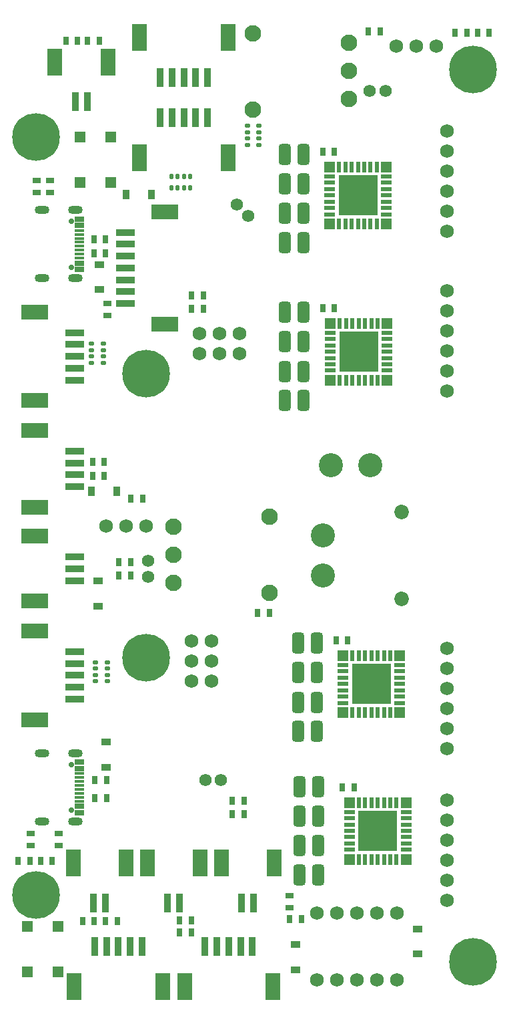
<source format=gts>
G04*
G04 #@! TF.GenerationSoftware,Altium Limited,Altium Designer,21.8.1 (53)*
G04*
G04 Layer_Color=8388736*
%FSLAX44Y44*%
%MOMM*%
G71*
G04*
G04 #@! TF.SameCoordinates,C657CB42-8F9E-4DD2-80ED-FFB10F84DBA6*
G04*
G04*
G04 #@! TF.FilePolarity,Negative*
G04*
G01*
G75*
%ADD31R,1.4000X1.4000*%
%ADD33R,0.6000X1.4000*%
%ADD34R,1.4000X0.6000*%
%ADD35R,1.4000X1.4000*%
%ADD36R,5.0000X5.2000*%
%ADD37R,2.4500X0.8500*%
%ADD38R,3.3500X1.8500*%
G04:AMPARAMS|DCode=39|XSize=0.45mm|YSize=0.75mm|CornerRadius=0.125mm|HoleSize=0mm|Usage=FLASHONLY|Rotation=90.000|XOffset=0mm|YOffset=0mm|HoleType=Round|Shape=RoundedRectangle|*
%AMROUNDEDRECTD39*
21,1,0.4500,0.5000,0,0,90.0*
21,1,0.2000,0.7500,0,0,90.0*
1,1,0.2500,0.2500,0.1000*
1,1,0.2500,0.2500,-0.1000*
1,1,0.2500,-0.2500,-0.1000*
1,1,0.2500,-0.2500,0.1000*
%
%ADD39ROUNDEDRECTD39*%
%ADD40R,0.7500X1.0500*%
G04:AMPARAMS|DCode=41|XSize=1.55mm|YSize=2.65mm|CornerRadius=0.4mm|HoleSize=0mm|Usage=FLASHONLY|Rotation=0.000|XOffset=0mm|YOffset=0mm|HoleType=Round|Shape=RoundedRectangle|*
%AMROUNDEDRECTD41*
21,1,1.5500,1.8500,0,0,0.0*
21,1,0.7500,2.6500,0,0,0.0*
1,1,0.8000,0.3750,-0.9250*
1,1,0.8000,-0.3750,-0.9250*
1,1,0.8000,-0.3750,0.9250*
1,1,0.8000,0.3750,0.9250*
%
%ADD41ROUNDEDRECTD41*%
G04:AMPARAMS|DCode=42|XSize=0.75mm|YSize=1.05mm|CornerRadius=0.2mm|HoleSize=0mm|Usage=FLASHONLY|Rotation=0.000|XOffset=0mm|YOffset=0mm|HoleType=Round|Shape=RoundedRectangle|*
%AMROUNDEDRECTD42*
21,1,0.7500,0.6500,0,0,0.0*
21,1,0.3500,1.0500,0,0,0.0*
1,1,0.4000,0.1750,-0.3250*
1,1,0.4000,-0.1750,-0.3250*
1,1,0.4000,-0.1750,0.3250*
1,1,0.4000,0.1750,0.3250*
%
%ADD42ROUNDEDRECTD42*%
G04:AMPARAMS|DCode=43|XSize=0.75mm|YSize=1.05mm|CornerRadius=0.2mm|HoleSize=0mm|Usage=FLASHONLY|Rotation=270.000|XOffset=0mm|YOffset=0mm|HoleType=Round|Shape=RoundedRectangle|*
%AMROUNDEDRECTD43*
21,1,0.7500,0.6500,0,0,270.0*
21,1,0.3500,1.0500,0,0,270.0*
1,1,0.4000,-0.3250,-0.1750*
1,1,0.4000,-0.3250,0.1750*
1,1,0.4000,0.3250,0.1750*
1,1,0.4000,0.3250,-0.1750*
%
%ADD43ROUNDEDRECTD43*%
%ADD44R,1.8500X3.3500*%
%ADD45R,0.8500X2.4500*%
%ADD46R,1.2000X0.3500*%
%ADD47R,1.2000X0.6500*%
%ADD48R,0.9500X1.2500*%
%ADD49R,1.2500X0.9500*%
%ADD50R,1.0500X0.7500*%
%ADD51R,1.4500X1.4500*%
G04:AMPARAMS|DCode=52|XSize=0.45mm|YSize=0.75mm|CornerRadius=0.125mm|HoleSize=0mm|Usage=FLASHONLY|Rotation=180.000|XOffset=0mm|YOffset=0mm|HoleType=Round|Shape=RoundedRectangle|*
%AMROUNDEDRECTD52*
21,1,0.4500,0.5000,0,0,180.0*
21,1,0.2000,0.7500,0,0,180.0*
1,1,0.2500,-0.1000,0.2500*
1,1,0.2500,0.1000,0.2500*
1,1,0.2500,0.1000,-0.2500*
1,1,0.2500,-0.1000,-0.2500*
%
%ADD52ROUNDEDRECTD52*%
%ADD53C,1.7500*%
%ADD54C,1.8500*%
%ADD55C,3.0500*%
%ADD56O,1.8500X1.0500*%
%ADD57C,0.7000*%
%ADD58C,1.5740*%
%ADD59C,2.1000*%
%ADD60C,6.0500*%
D31*
X510000Y267000D02*
D03*
X438000Y195000D02*
D03*
Y267000D02*
D03*
X486000Y874000D02*
D03*
X414000Y802000D02*
D03*
Y874000D02*
D03*
X502000Y453000D02*
D03*
X430000Y381000D02*
D03*
Y453000D02*
D03*
X485000Y1072000D02*
D03*
X413000Y1000000D02*
D03*
Y1072000D02*
D03*
D33*
X450000Y267000D02*
D03*
X458000D02*
D03*
X466000D02*
D03*
X474000D02*
D03*
X482000D02*
D03*
X490000D02*
D03*
X498000D02*
D03*
Y195000D02*
D03*
X490000D02*
D03*
X482000D02*
D03*
X474000D02*
D03*
X466000D02*
D03*
X458000D02*
D03*
X450000D02*
D03*
X426000Y874000D02*
D03*
X434000D02*
D03*
X442000D02*
D03*
X450000D02*
D03*
X458000D02*
D03*
X466000D02*
D03*
X474000D02*
D03*
Y802000D02*
D03*
X466000D02*
D03*
X458000D02*
D03*
X450000D02*
D03*
X442000D02*
D03*
X434000D02*
D03*
X426000D02*
D03*
X442000Y453000D02*
D03*
X450000D02*
D03*
X458000D02*
D03*
X466000D02*
D03*
X474000D02*
D03*
X482000D02*
D03*
X490000D02*
D03*
Y381000D02*
D03*
X482000D02*
D03*
X474000D02*
D03*
X466000D02*
D03*
X458000D02*
D03*
X450000D02*
D03*
X442000D02*
D03*
X425000Y1072000D02*
D03*
X433000D02*
D03*
X441000D02*
D03*
X449000D02*
D03*
X457000D02*
D03*
X465000D02*
D03*
X473000D02*
D03*
Y1000000D02*
D03*
X465000D02*
D03*
X457000D02*
D03*
X449000D02*
D03*
X441000D02*
D03*
X433000D02*
D03*
X425000D02*
D03*
D34*
X510000Y255000D02*
D03*
Y247000D02*
D03*
Y239000D02*
D03*
Y231000D02*
D03*
Y223000D02*
D03*
Y215000D02*
D03*
Y207000D02*
D03*
X438000D02*
D03*
Y215000D02*
D03*
Y223000D02*
D03*
Y231000D02*
D03*
Y239000D02*
D03*
Y247000D02*
D03*
Y255000D02*
D03*
X486000Y862000D02*
D03*
Y854000D02*
D03*
Y846000D02*
D03*
Y838000D02*
D03*
Y830000D02*
D03*
Y822000D02*
D03*
Y814000D02*
D03*
X414000D02*
D03*
Y822000D02*
D03*
Y830000D02*
D03*
Y838000D02*
D03*
Y846000D02*
D03*
Y854000D02*
D03*
Y862000D02*
D03*
X502000Y441000D02*
D03*
Y433000D02*
D03*
Y425000D02*
D03*
Y417000D02*
D03*
Y409000D02*
D03*
Y401000D02*
D03*
Y393000D02*
D03*
X430000D02*
D03*
Y401000D02*
D03*
Y409000D02*
D03*
Y417000D02*
D03*
Y425000D02*
D03*
Y433000D02*
D03*
Y441000D02*
D03*
X485000Y1060000D02*
D03*
Y1052000D02*
D03*
Y1044000D02*
D03*
Y1036000D02*
D03*
Y1028000D02*
D03*
Y1020000D02*
D03*
Y1012000D02*
D03*
X413000D02*
D03*
Y1020000D02*
D03*
Y1028000D02*
D03*
Y1036000D02*
D03*
Y1044000D02*
D03*
Y1052000D02*
D03*
Y1060000D02*
D03*
D35*
X510000Y195000D02*
D03*
X486000Y802000D02*
D03*
X502000Y381000D02*
D03*
X485000Y1000000D02*
D03*
D36*
X474000Y231000D02*
D03*
X450000Y838000D02*
D03*
X466000Y417000D02*
D03*
X449000Y1036000D02*
D03*
D37*
X89500Y847000D02*
D03*
Y862000D02*
D03*
Y817000D02*
D03*
Y832000D02*
D03*
Y802000D02*
D03*
X153500Y959000D02*
D03*
Y929000D02*
D03*
Y944000D02*
D03*
Y989000D02*
D03*
Y974000D02*
D03*
Y899000D02*
D03*
Y914000D02*
D03*
X89500Y548000D02*
D03*
Y563000D02*
D03*
Y578000D02*
D03*
Y712000D02*
D03*
Y697000D02*
D03*
Y682000D02*
D03*
Y667000D02*
D03*
Y458000D02*
D03*
Y443000D02*
D03*
Y428000D02*
D03*
Y398000D02*
D03*
Y413000D02*
D03*
D38*
X39000Y888000D02*
D03*
Y776000D02*
D03*
X204000Y1015000D02*
D03*
Y873000D02*
D03*
X39000Y522000D02*
D03*
Y604000D02*
D03*
Y738000D02*
D03*
Y641000D02*
D03*
Y484000D02*
D03*
Y372000D02*
D03*
D39*
X131000Y444500D02*
D03*
Y436500D02*
D03*
Y428500D02*
D03*
Y420500D02*
D03*
X116000Y436500D02*
D03*
Y444500D02*
D03*
Y428500D02*
D03*
Y420500D02*
D03*
X323500Y1124000D02*
D03*
Y1116000D02*
D03*
Y1108000D02*
D03*
Y1100000D02*
D03*
X308500Y1124000D02*
D03*
Y1116000D02*
D03*
Y1108000D02*
D03*
Y1100000D02*
D03*
X126000Y848000D02*
D03*
Y840000D02*
D03*
Y832000D02*
D03*
Y824000D02*
D03*
X111000Y848000D02*
D03*
Y840000D02*
D03*
Y832000D02*
D03*
Y824000D02*
D03*
D40*
X304500Y269000D02*
D03*
X289500D02*
D03*
X304500Y252000D02*
D03*
X289500D02*
D03*
X160750Y571500D02*
D03*
X145750D02*
D03*
X572500Y1242000D02*
D03*
X587500D02*
D03*
X253000Y892000D02*
D03*
X238000D02*
D03*
X18000Y193000D02*
D03*
X33000D02*
D03*
X160750Y554500D02*
D03*
X145750D02*
D03*
X615750Y1242000D02*
D03*
X600750D02*
D03*
X253000Y909000D02*
D03*
X238000D02*
D03*
X336900Y507000D02*
D03*
X321900D02*
D03*
X176000Y652250D02*
D03*
X161000D02*
D03*
X462000Y1244000D02*
D03*
X477000D02*
D03*
X222500Y102000D02*
D03*
X237500D02*
D03*
X222500Y118000D02*
D03*
X237500D02*
D03*
X114500Y116500D02*
D03*
X99500D02*
D03*
X128500D02*
D03*
X143500D02*
D03*
X362250Y119250D02*
D03*
X377250D02*
D03*
X106000Y1232000D02*
D03*
X121000D02*
D03*
X93250D02*
D03*
X78250D02*
D03*
X112000Y698000D02*
D03*
X127000D02*
D03*
X112000Y681000D02*
D03*
X127000D02*
D03*
X128750Y962500D02*
D03*
X113750D02*
D03*
X128750Y980250D02*
D03*
X113750D02*
D03*
X61000Y193000D02*
D03*
X46000D02*
D03*
X130000Y272250D02*
D03*
X115000D02*
D03*
X130000Y295250D02*
D03*
X115000D02*
D03*
D41*
X375000Y250000D02*
D03*
X399000D02*
D03*
X356000Y813000D02*
D03*
X380000D02*
D03*
X375000Y287000D02*
D03*
X399000D02*
D03*
X356000Y776000D02*
D03*
X380000D02*
D03*
X375000Y175000D02*
D03*
X399000D02*
D03*
X356000Y851000D02*
D03*
X380000D02*
D03*
X375000Y212000D02*
D03*
X399000D02*
D03*
X356000Y888000D02*
D03*
X380000D02*
D03*
X373200Y394000D02*
D03*
X397200D02*
D03*
X356000Y1051000D02*
D03*
X380000D02*
D03*
X373200Y357000D02*
D03*
X397200D02*
D03*
X356000Y1088000D02*
D03*
X380000D02*
D03*
X373200Y432000D02*
D03*
X397200D02*
D03*
X356000Y1013000D02*
D03*
X380000D02*
D03*
X373200Y469000D02*
D03*
X397200D02*
D03*
X356000Y976000D02*
D03*
X380000D02*
D03*
D42*
X444150Y286000D02*
D03*
X429150D02*
D03*
X419150Y893000D02*
D03*
X404150D02*
D03*
X421150Y472000D02*
D03*
X436150D02*
D03*
X404150Y1091000D02*
D03*
X419150D02*
D03*
D43*
X69551Y212722D02*
D03*
Y227722D02*
D03*
D44*
X248500Y190000D02*
D03*
X181500D02*
D03*
X154500D02*
D03*
X87500D02*
D03*
X342500D02*
D03*
X275500D02*
D03*
X131500Y1205000D02*
D03*
X64500D02*
D03*
X284000Y1236000D02*
D03*
X172000D02*
D03*
Y1084000D02*
D03*
X284000D02*
D03*
X89000Y34000D02*
D03*
X201000D02*
D03*
X229000D02*
D03*
X341000D02*
D03*
D45*
X207500Y139500D02*
D03*
X222500D02*
D03*
X113500D02*
D03*
X128500D02*
D03*
X301500D02*
D03*
X316500D02*
D03*
X90500Y1154500D02*
D03*
X105500D02*
D03*
X258000Y1185500D02*
D03*
X243000D02*
D03*
X228000D02*
D03*
X198000D02*
D03*
X213000D02*
D03*
X198000Y1134500D02*
D03*
X213000D02*
D03*
X228000D02*
D03*
X258000D02*
D03*
X243000D02*
D03*
X115000Y84500D02*
D03*
X130000D02*
D03*
X145000D02*
D03*
X175000D02*
D03*
X160000D02*
D03*
X255000D02*
D03*
X270000D02*
D03*
X285000D02*
D03*
X315000D02*
D03*
X300000D02*
D03*
D46*
X95800Y961550D02*
D03*
Y971550D02*
D03*
Y976550D02*
D03*
Y986550D02*
D03*
Y956550D02*
D03*
Y991550D02*
D03*
Y966550D02*
D03*
Y981550D02*
D03*
Y273700D02*
D03*
Y283700D02*
D03*
Y288700D02*
D03*
Y298700D02*
D03*
Y268700D02*
D03*
Y303700D02*
D03*
Y278700D02*
D03*
Y293700D02*
D03*
D47*
Y1006050D02*
D03*
Y942050D02*
D03*
Y950050D02*
D03*
Y998050D02*
D03*
Y318200D02*
D03*
Y254200D02*
D03*
Y262200D02*
D03*
Y310200D02*
D03*
D48*
X155000Y1037000D02*
D03*
X187000D02*
D03*
X143000Y661000D02*
D03*
X111000D02*
D03*
D49*
X525000Y75000D02*
D03*
Y107000D02*
D03*
X369500Y87250D02*
D03*
Y55250D02*
D03*
X119250Y515500D02*
D03*
Y547500D02*
D03*
X121000Y948500D02*
D03*
Y916500D02*
D03*
X129000Y311784D02*
D03*
Y343784D02*
D03*
D50*
X41250Y1055000D02*
D03*
Y1040000D02*
D03*
X131000Y899000D02*
D03*
Y884000D02*
D03*
X362250Y134000D02*
D03*
Y149000D02*
D03*
X58250Y1055000D02*
D03*
Y1040000D02*
D03*
X34000Y212750D02*
D03*
Y227750D02*
D03*
D51*
X68500Y52000D02*
D03*
Y110000D02*
D03*
X29500Y52000D02*
D03*
Y110000D02*
D03*
X135500Y1052000D02*
D03*
Y1110000D02*
D03*
X96500Y1052000D02*
D03*
Y1110000D02*
D03*
D52*
X212000Y1060250D02*
D03*
X220000D02*
D03*
X228000D02*
D03*
X236000D02*
D03*
X212000Y1045250D02*
D03*
X220000D02*
D03*
X228000D02*
D03*
X236000D02*
D03*
D53*
X562214Y142764D02*
D03*
Y168164D02*
D03*
Y218964D02*
D03*
Y193563D02*
D03*
Y244363D02*
D03*
Y269764D02*
D03*
Y787963D02*
D03*
Y813363D02*
D03*
Y864164D02*
D03*
Y838764D02*
D03*
Y889564D02*
D03*
Y914964D02*
D03*
Y335163D02*
D03*
Y360564D02*
D03*
Y411363D02*
D03*
Y385964D02*
D03*
Y436763D02*
D03*
Y462164D02*
D03*
Y990363D02*
D03*
Y1015763D02*
D03*
Y1066563D02*
D03*
Y1041163D02*
D03*
Y1091964D02*
D03*
Y1117364D02*
D03*
X180000Y617000D02*
D03*
X154600D02*
D03*
X129200D02*
D03*
X497600Y1225000D02*
D03*
X523000D02*
D03*
X548400D02*
D03*
X397200Y126800D02*
D03*
X448000D02*
D03*
X422600D02*
D03*
X473400D02*
D03*
X498800D02*
D03*
X498600Y42000D02*
D03*
X447800D02*
D03*
X473200D02*
D03*
X422400D02*
D03*
X397000D02*
D03*
X298550Y860650D02*
D03*
Y835250D02*
D03*
X247750D02*
D03*
X273150Y860650D02*
D03*
Y835250D02*
D03*
X247750Y860650D02*
D03*
X237750Y471900D02*
D03*
X263150D02*
D03*
Y421100D02*
D03*
X237750Y446500D02*
D03*
X263150D02*
D03*
X237750Y421100D02*
D03*
D54*
X504213Y634864D02*
D03*
Y524864D02*
D03*
D55*
X404213Y554864D02*
D03*
Y604864D02*
D03*
X414250Y694250D02*
D03*
X464250D02*
D03*
D56*
X48250Y1017250D02*
D03*
X90050D02*
D03*
X48250Y930850D02*
D03*
X90050D02*
D03*
X48250Y329400D02*
D03*
X90050D02*
D03*
X48250Y243000D02*
D03*
X90050D02*
D03*
D57*
X85050Y1002950D02*
D03*
Y945150D02*
D03*
Y315100D02*
D03*
Y257300D02*
D03*
D58*
X275250Y295000D02*
D03*
X255250D02*
D03*
X183000Y573000D02*
D03*
Y553000D02*
D03*
X464000Y1168000D02*
D03*
X484000D02*
D03*
X295358Y1024142D02*
D03*
X309500Y1010000D02*
D03*
D59*
X336900Y532850D02*
D03*
X215000Y545400D02*
D03*
Y581000D02*
D03*
Y616600D02*
D03*
X336900Y629350D02*
D03*
X316000Y1241500D02*
D03*
X437900Y1228950D02*
D03*
Y1193350D02*
D03*
Y1157750D02*
D03*
X316000Y1145000D02*
D03*
D60*
X595214Y1195213D02*
D03*
Y64914D02*
D03*
X40363Y1110063D02*
D03*
X180364Y810063D02*
D03*
X180365Y450061D02*
D03*
X40363Y150063D02*
D03*
M02*

</source>
